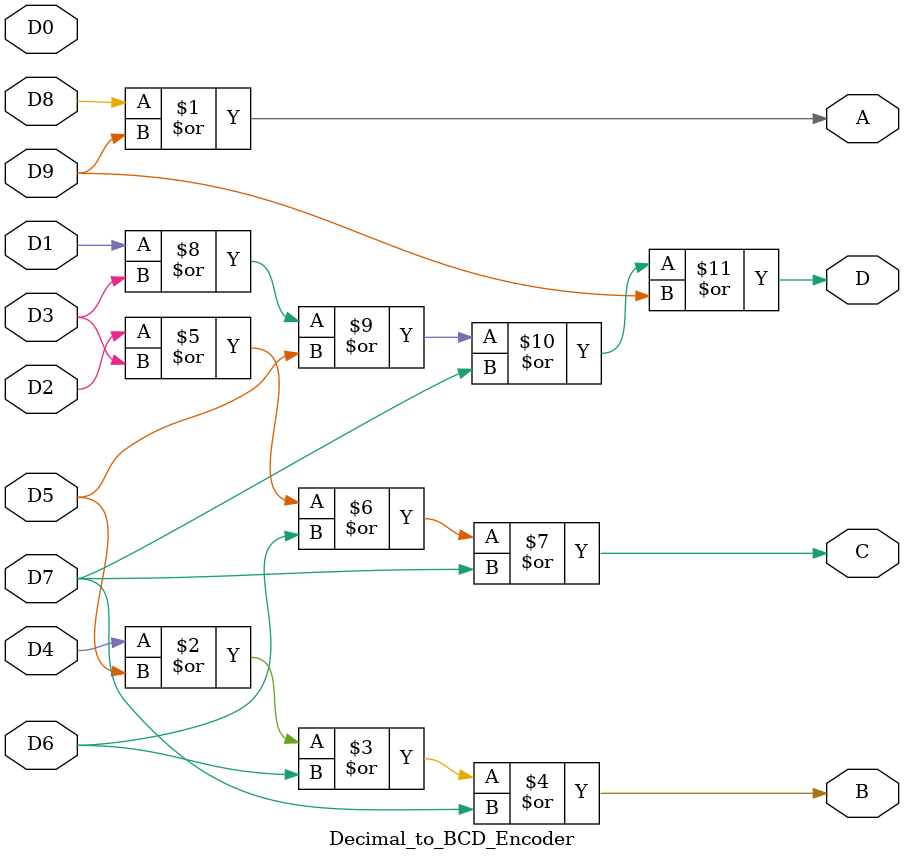
<source format=v>
`timescale 1ns / 1ps

module Decimal_to_BCD_Encoder(
    input D0,
    input D1,
    input D2,
    input D3,
    input D4,
    input D5,
    input D6,
    input D7,
    input D8,
    input D9,
    output A,
    output B,
    output C,
    output D
    );

or (A,D8,D9);
or (B,D4,D5,D6,D7);
or (C,D2,D3,D6,D7);
or (D,D1,D3,D5,D7,D9);
endmodule

</source>
